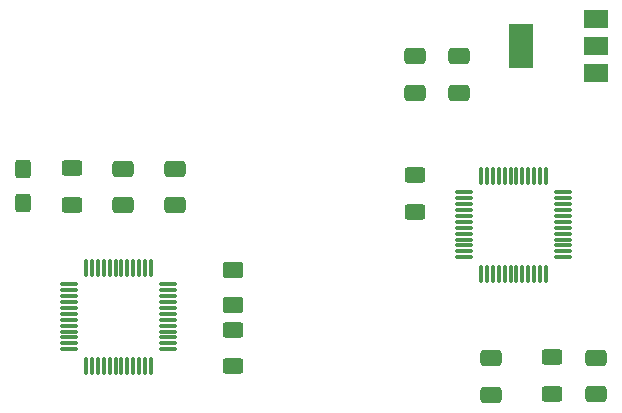
<source format=gtp>
G04 #@! TF.GenerationSoftware,KiCad,Pcbnew,7.0.10-7.0.10~ubuntu20.04.1*
G04 #@! TF.CreationDate,2024-01-07T18:49:02+01:00*
G04 #@! TF.ProjectId,msx-omega-usbkeybctrl,6d73782d-6f6d-4656-9761-2d7573626b65,A*
G04 #@! TF.SameCoordinates,Original*
G04 #@! TF.FileFunction,Paste,Top*
G04 #@! TF.FilePolarity,Positive*
%FSLAX46Y46*%
G04 Gerber Fmt 4.6, Leading zero omitted, Abs format (unit mm)*
G04 Created by KiCad (PCBNEW 7.0.10-7.0.10~ubuntu20.04.1) date 2024-01-07 18:49:02*
%MOMM*%
%LPD*%
G01*
G04 APERTURE LIST*
G04 Aperture macros list*
%AMRoundRect*
0 Rectangle with rounded corners*
0 $1 Rounding radius*
0 $2 $3 $4 $5 $6 $7 $8 $9 X,Y pos of 4 corners*
0 Add a 4 corners polygon primitive as box body*
4,1,4,$2,$3,$4,$5,$6,$7,$8,$9,$2,$3,0*
0 Add four circle primitives for the rounded corners*
1,1,$1+$1,$2,$3*
1,1,$1+$1,$4,$5*
1,1,$1+$1,$6,$7*
1,1,$1+$1,$8,$9*
0 Add four rect primitives between the rounded corners*
20,1,$1+$1,$2,$3,$4,$5,0*
20,1,$1+$1,$4,$5,$6,$7,0*
20,1,$1+$1,$6,$7,$8,$9,0*
20,1,$1+$1,$8,$9,$2,$3,0*%
G04 Aperture macros list end*
%ADD10RoundRect,0.250000X-0.625000X0.400000X-0.625000X-0.400000X0.625000X-0.400000X0.625000X0.400000X0*%
%ADD11RoundRect,0.250000X0.650000X-0.412500X0.650000X0.412500X-0.650000X0.412500X-0.650000X-0.412500X0*%
%ADD12R,2.000000X1.500000*%
%ADD13R,2.000000X3.800000*%
%ADD14RoundRect,0.075000X-0.662500X-0.075000X0.662500X-0.075000X0.662500X0.075000X-0.662500X0.075000X0*%
%ADD15RoundRect,0.075000X-0.075000X-0.662500X0.075000X-0.662500X0.075000X0.662500X-0.075000X0.662500X0*%
%ADD16RoundRect,0.250000X0.425000X-0.537500X0.425000X0.537500X-0.425000X0.537500X-0.425000X-0.537500X0*%
%ADD17RoundRect,0.250000X0.625000X-0.400000X0.625000X0.400000X-0.625000X0.400000X-0.625000X-0.400000X0*%
%ADD18RoundRect,0.250000X-0.650000X0.412500X-0.650000X-0.412500X0.650000X-0.412500X0.650000X0.412500X0*%
%ADD19RoundRect,0.075000X0.075000X-0.662500X0.075000X0.662500X-0.075000X0.662500X-0.075000X-0.662500X0*%
%ADD20RoundRect,0.075000X0.662500X-0.075000X0.662500X0.075000X-0.662500X0.075000X-0.662500X-0.075000X0*%
%ADD21RoundRect,0.250001X-0.624999X0.462499X-0.624999X-0.462499X0.624999X-0.462499X0.624999X0.462499X0*%
G04 APERTURE END LIST*
D10*
X86500000Y-87050000D03*
X86500000Y-90150000D03*
D11*
X77200000Y-76525000D03*
X77200000Y-73400000D03*
D12*
X117200000Y-65300000D03*
X117200000Y-63000000D03*
D13*
X110900000Y-63000000D03*
D12*
X117200000Y-60700000D03*
D14*
X72637500Y-83200000D03*
X72637500Y-83700000D03*
X72637500Y-84200000D03*
X72637500Y-84700000D03*
X72637500Y-85200000D03*
X72637500Y-85700000D03*
X72637500Y-86200000D03*
X72637500Y-86700000D03*
X72637500Y-87200000D03*
X72637500Y-87700000D03*
X72637500Y-88200000D03*
X72637500Y-88700000D03*
D15*
X74050000Y-90112500D03*
X74550000Y-90112500D03*
X75050000Y-90112500D03*
X75550000Y-90112500D03*
X76050000Y-90112500D03*
X76550000Y-90112500D03*
X77050000Y-90112500D03*
X77550000Y-90112500D03*
X78050000Y-90112500D03*
X78550000Y-90112500D03*
X79050000Y-90112500D03*
X79550000Y-90112500D03*
D14*
X80962500Y-88700000D03*
X80962500Y-88200000D03*
X80962500Y-87700000D03*
X80962500Y-87200000D03*
X80962500Y-86700000D03*
X80962500Y-86200000D03*
X80962500Y-85700000D03*
X80962500Y-85200000D03*
X80962500Y-84700000D03*
X80962500Y-84200000D03*
X80962500Y-83700000D03*
X80962500Y-83200000D03*
D15*
X79550000Y-81787500D03*
X79050000Y-81787500D03*
X78550000Y-81787500D03*
X78050000Y-81787500D03*
X77550000Y-81787500D03*
X77050000Y-81787500D03*
X76550000Y-81787500D03*
X76050000Y-81787500D03*
X75550000Y-81787500D03*
X75050000Y-81787500D03*
X74550000Y-81787500D03*
X74050000Y-81787500D03*
D16*
X68700000Y-76337500D03*
X68700000Y-73462500D03*
D11*
X117200000Y-92525000D03*
X117200000Y-89400000D03*
D17*
X101900000Y-77050000D03*
X101900000Y-73950000D03*
D10*
X72900000Y-73350000D03*
X72900000Y-76450000D03*
D18*
X101900000Y-63900000D03*
X101900000Y-67025000D03*
X108362500Y-89475000D03*
X108362500Y-92600000D03*
D10*
X113500000Y-89350000D03*
X113500000Y-92450000D03*
D11*
X81600000Y-76525000D03*
X81600000Y-73400000D03*
D18*
X105600000Y-63900000D03*
X105600000Y-67025000D03*
D19*
X107500000Y-82325000D03*
X108000000Y-82325000D03*
X108500000Y-82325000D03*
X109000000Y-82325000D03*
X109500000Y-82325000D03*
X110000000Y-82325000D03*
X110500000Y-82325000D03*
X111000000Y-82325000D03*
X111500000Y-82325000D03*
X112000000Y-82325000D03*
X112500000Y-82325000D03*
X113000000Y-82325000D03*
D20*
X114412500Y-80912500D03*
X114412500Y-80412500D03*
X114412500Y-79912500D03*
X114412500Y-79412500D03*
X114412500Y-78912500D03*
X114412500Y-78412500D03*
X114412500Y-77912500D03*
X114412500Y-77412500D03*
X114412500Y-76912500D03*
X114412500Y-76412500D03*
X114412500Y-75912500D03*
X114412500Y-75412500D03*
D19*
X113000000Y-74000000D03*
X112500000Y-74000000D03*
X112000000Y-74000000D03*
X111500000Y-74000000D03*
X111000000Y-74000000D03*
X110500000Y-74000000D03*
X110000000Y-74000000D03*
X109500000Y-74000000D03*
X109000000Y-74000000D03*
X108500000Y-74000000D03*
X108000000Y-74000000D03*
X107500000Y-74000000D03*
D20*
X106087500Y-75412500D03*
X106087500Y-75912500D03*
X106087500Y-76412500D03*
X106087500Y-76912500D03*
X106087500Y-77412500D03*
X106087500Y-77912500D03*
X106087500Y-78412500D03*
X106087500Y-78912500D03*
X106087500Y-79412500D03*
X106087500Y-79912500D03*
X106087500Y-80412500D03*
X106087500Y-80912500D03*
D21*
X86500000Y-82012500D03*
X86500000Y-84987500D03*
M02*

</source>
